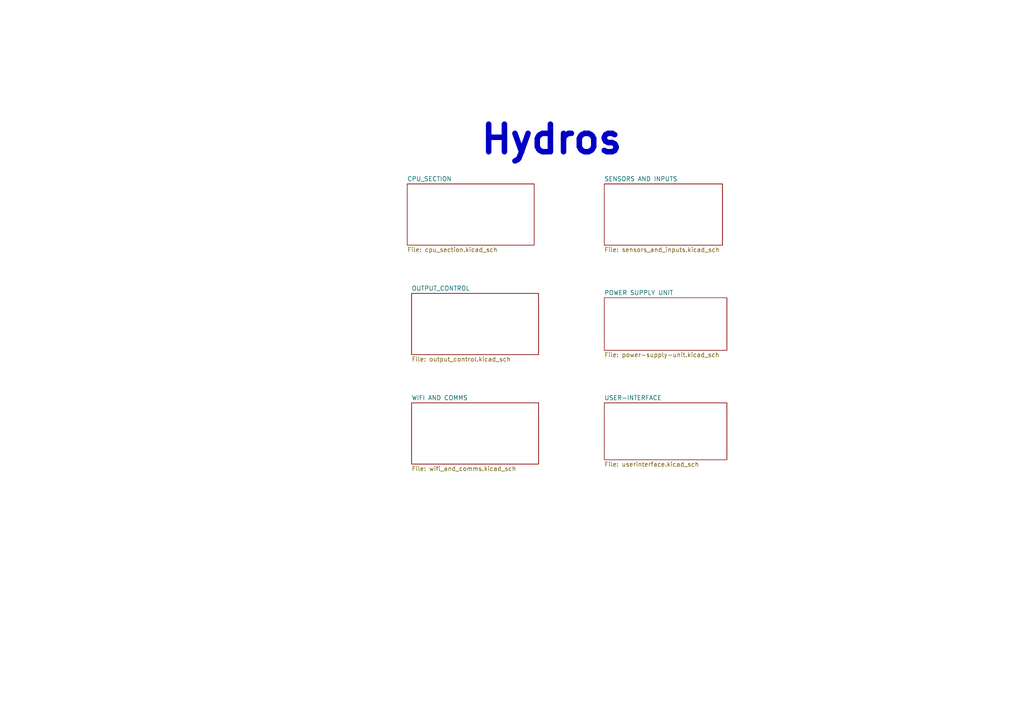
<source format=kicad_sch>
(kicad_sch
	(version 20250114)
	(generator "eeschema")
	(generator_version "9.0")
	(uuid "860e6d01-86df-4ef8-9638-1a80a1ccb884")
	(paper "A4")
	(lib_symbols)
	(text "Hydros"
		(exclude_from_sim no)
		(at 160.02 40.64 0)
		(effects
			(font
				(size 8 8)
				(thickness 1.6)
				(bold yes)
			)
		)
		(uuid "78cd501e-2cd7-493a-8023-92c587941fb9")
	)
	(sheet
		(at 119.38 85.09)
		(size 36.83 17.78)
		(exclude_from_sim no)
		(in_bom yes)
		(on_board yes)
		(dnp no)
		(fields_autoplaced yes)
		(stroke
			(width 0.1524)
			(type solid)
		)
		(fill
			(color 0 0 0 0.0000)
		)
		(uuid "31695168-2746-474b-9de2-7134d7486a82")
		(property "Sheetname" "OUTPUT_CONTROL"
			(at 119.38 84.3784 0)
			(effects
				(font
					(size 1.27 1.27)
				)
				(justify left bottom)
			)
		)
		(property "Sheetfile" "output_control.kicad_sch"
			(at 119.38 103.4546 0)
			(effects
				(font
					(size 1.27 1.27)
				)
				(justify left top)
			)
		)
		(instances
			(project "smart-irrigation-manager"
				(path "/8093b267-91c9-45cb-83bb-ee50b7242068/c894e362-d512-41ef-a89c-3090e41a3477"
					(page "4")
				)
			)
		)
	)
	(sheet
		(at 175.26 116.84)
		(size 35.56 16.51)
		(exclude_from_sim no)
		(in_bom yes)
		(on_board yes)
		(dnp no)
		(fields_autoplaced yes)
		(stroke
			(width 0.1524)
			(type solid)
		)
		(fill
			(color 0 0 0 0.0000)
		)
		(uuid "3ca025ff-4a49-4d1a-b10b-44d50c43fba7")
		(property "Sheetname" "USER-INTERFACE"
			(at 175.26 116.1284 0)
			(effects
				(font
					(size 1.27 1.27)
				)
				(justify left bottom)
			)
		)
		(property "Sheetfile" "userinterface.kicad_sch"
			(at 175.26 133.9346 0)
			(effects
				(font
					(size 1.27 1.27)
				)
				(justify left top)
			)
		)
		(instances
			(project "smart-irrigation-manager"
				(path "/8093b267-91c9-45cb-83bb-ee50b7242068/c894e362-d512-41ef-a89c-3090e41a3477"
					(page "8")
				)
			)
		)
	)
	(sheet
		(at 175.26 86.36)
		(size 35.56 15.24)
		(exclude_from_sim no)
		(in_bom yes)
		(on_board yes)
		(dnp no)
		(fields_autoplaced yes)
		(stroke
			(width 0.1524)
			(type solid)
		)
		(fill
			(color 0 0 0 0.0000)
		)
		(uuid "500a43c9-2469-4332-8f19-772cc5a4f7e8")
		(property "Sheetname" "POWER SUPPLY UNIT"
			(at 175.26 85.6484 0)
			(effects
				(font
					(size 1.27 1.27)
				)
				(justify left bottom)
			)
		)
		(property "Sheetfile" "power-supply-unit.kicad_sch"
			(at 175.26 102.1846 0)
			(effects
				(font
					(size 1.27 1.27)
				)
				(justify left top)
			)
		)
		(instances
			(project "smart-irrigation-manager"
				(path "/8093b267-91c9-45cb-83bb-ee50b7242068/c894e362-d512-41ef-a89c-3090e41a3477"
					(page "7")
				)
			)
		)
	)
	(sheet
		(at 118.11 53.34)
		(size 36.83 17.78)
		(exclude_from_sim no)
		(in_bom yes)
		(on_board yes)
		(dnp no)
		(fields_autoplaced yes)
		(stroke
			(width 0.1524)
			(type solid)
		)
		(fill
			(color 0 0 0 0.0000)
		)
		(uuid "5e104d62-928f-456b-80c8-1d9bff940e13")
		(property "Sheetname" "CPU_SECTION"
			(at 118.11 52.6284 0)
			(effects
				(font
					(size 1.27 1.27)
				)
				(justify left bottom)
			)
		)
		(property "Sheetfile" "cpu_section.kicad_sch"
			(at 118.11 71.7046 0)
			(effects
				(font
					(size 1.27 1.27)
				)
				(justify left top)
			)
		)
		(instances
			(project "smart-irrigation-manager"
				(path "/8093b267-91c9-45cb-83bb-ee50b7242068/c894e362-d512-41ef-a89c-3090e41a3477"
					(page "3")
				)
			)
		)
	)
	(sheet
		(at 119.38 116.84)
		(size 36.83 17.78)
		(exclude_from_sim no)
		(in_bom yes)
		(on_board yes)
		(dnp no)
		(fields_autoplaced yes)
		(stroke
			(width 0.1524)
			(type solid)
		)
		(fill
			(color 0 0 0 0.0000)
		)
		(uuid "871f9b8f-7496-4b03-9c75-9ae1a187b508")
		(property "Sheetname" "WIFI AND COMMS"
			(at 119.38 116.1284 0)
			(effects
				(font
					(size 1.27 1.27)
				)
				(justify left bottom)
			)
		)
		(property "Sheetfile" "wifi_and_comms.kicad_sch"
			(at 119.38 135.2046 0)
			(effects
				(font
					(size 1.27 1.27)
				)
				(justify left top)
			)
		)
		(instances
			(project "smart-irrigation-manager"
				(path "/8093b267-91c9-45cb-83bb-ee50b7242068/c894e362-d512-41ef-a89c-3090e41a3477"
					(page "5")
				)
			)
		)
	)
	(sheet
		(at 175.26 53.34)
		(size 34.29 17.78)
		(exclude_from_sim no)
		(in_bom yes)
		(on_board yes)
		(dnp no)
		(fields_autoplaced yes)
		(stroke
			(width 0.1524)
			(type solid)
		)
		(fill
			(color 0 0 0 0.0000)
		)
		(uuid "de174813-c099-46c2-9a7c-9566dfb3a398")
		(property "Sheetname" "SENSORS AND INPUTS"
			(at 175.26 52.6284 0)
			(effects
				(font
					(size 1.27 1.27)
				)
				(justify left bottom)
			)
		)
		(property "Sheetfile" "sensors_and_inputs.kicad_sch"
			(at 175.26 71.7046 0)
			(effects
				(font
					(size 1.27 1.27)
				)
				(justify left top)
			)
		)
		(instances
			(project "smart-irrigation-manager"
				(path "/8093b267-91c9-45cb-83bb-ee50b7242068/c894e362-d512-41ef-a89c-3090e41a3477"
					(page "6")
				)
			)
		)
	)
)

</source>
